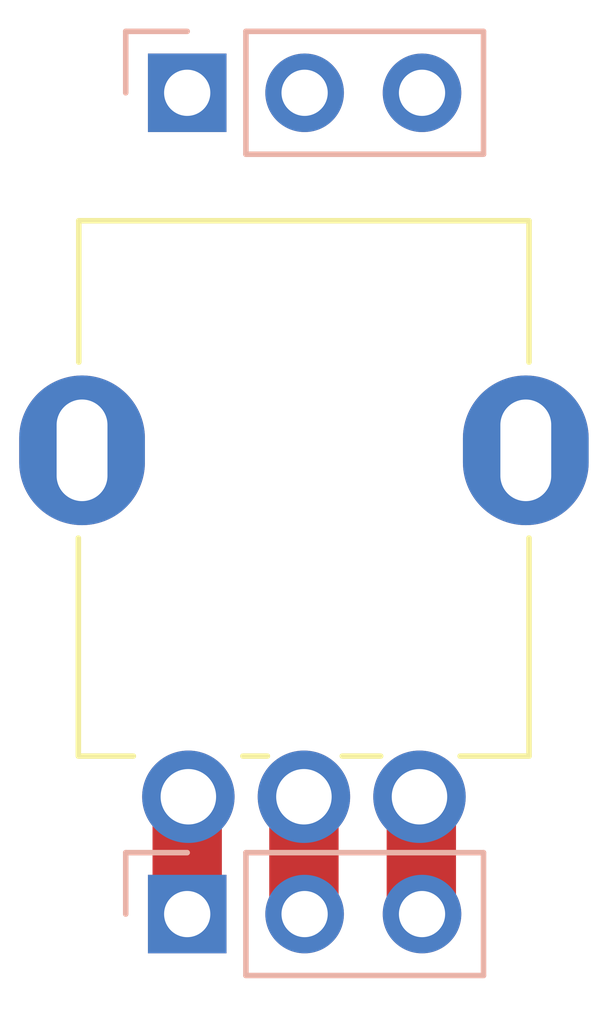
<source format=kicad_pcb>
(kicad_pcb (version 20211014) (generator pcbnew)
  (layers (0 "F.Cu" signal) (31 "B.Cu" signal) (34 "B.Paste" user) (35 "F.Paste" user) (36 "B.SilkS" user "B.Silkscreen") (37 "F.SilkS" user "F.Silkscreen") (38 "B.Mask" user) (39 "F.Mask" user) (44 "Edge.Cuts" user))
  (net 0 "")
  (net 3 "Net-(J2-Pad1)")
  (net 4 "Net-(J2-Pad2)")
  (net 5 "Net-(J2-Pad3)")
  (footprint "LIBRARY-8-bit-computer:alpha-9mm-potentiometer" (layer "F.Cu") (at 113.986 85.986 90)
    (fp_text reference "RV1" hide)
    (fp_text value "R_Potentiometer_US" hide)
    (fp_line (start -6.352 -0.73) (end -6.352 -1.26) (layer "F.SilkS") (width 0.12))
    (fp_line (start 5.238 4.93) (end 5.238 -4.81) (layer "F.SilkS") (width 0.12))
    (fp_line (start -6.352 4.93) (end -6.352 3.44) (layer "F.SilkS") (width 0.12))
    (fp_line (start -6.352 -4.82) (end -1.632 -4.82) (layer "F.SilkS") (width 0.12))
    (fp_line (start 2.178 4.93) (end 5.238 4.93) (layer "F.SilkS") (width 0.12))
    (fp_line (start -6.352 1.72) (end -6.352 0.89) (layer "F.SilkS") (width 0.12))
    (fp_line (start 2.178 -4.81) (end 5.238 -4.81) (layer "F.SilkS") (width 0.12))
    (fp_line (start -6.352 -3.63) (end -6.352 -4.81) (layer "F.SilkS") (width 0.12))
    (fp_line (start -6.352 4.93) (end -1.632 4.93) (layer "F.SilkS") (width 0.12))
    (pad "" thru_hole oval (at 0.268 -4.74 180) (size 2.72 3.24) (drill oval 1.1 2.2) (layers *.Cu *.Mask))
    (pad "" thru_hole oval (at 0.268 4.86) (size 2.72 3.24) (drill oval 1.1 2.2) (layers *.Cu *.Mask))
    (pad "1" thru_hole circle (at -7.232 -2.44 180) (size 2 2) (drill 1.2) (layers *.Cu *.Mask) (net 3 "Net-(J2-Pad1)"))
    (pad "2" thru_hole circle (at -7.232 0.06 180) (size 2 2) (drill 1.2) (layers *.Cu *.Mask) (net 4 "Net-(J2-Pad2)"))
    (pad "3" thru_hole circle (at -7.232 2.56 180) (size 2 2) (drill 1.2) (layers *.Cu *.Mask) (net 5 "Net-(J2-Pad3)"))
  )
  (footprint "Connector_PinHeader_2.54mm:PinHeader_1x03_P2.54mm_Vertical" (layer "B.Cu") (at 111.521 77.978 -90)
    (fp_text reference "J1" hide)
    (fp_text value "Conn_01x03" hide)
    (fp_line (start -1.33 0) (end -1.33 1.33) (layer "B.SilkS") (width 0.12))
    (fp_line (start 1.33 -1.27) (end 1.33 -6.41) (layer "B.SilkS") (width 0.12))
    (fp_line (start -1.33 -6.41) (end 1.33 -6.41) (layer "B.SilkS") (width 0.12))
    (fp_line (start -1.33 1.33) (end 0 1.33) (layer "B.SilkS") (width 0.12))
    (fp_line (start -1.33 -1.27) (end 1.33 -1.27) (layer "B.SilkS") (width 0.12))
    (fp_line (start -1.33 -1.27) (end -1.33 -6.41) (layer "B.SilkS") (width 0.12))
    (pad "1" thru_hole rect locked (at 0 0 270) (size 1.7 1.7) (drill 1) (layers *.Cu *.Mask))
    (pad "2" thru_hole oval locked (at 0 -2.54 270) (size 1.7 1.7) (drill 1) (layers *.Cu *.Mask))
    (pad "3" thru_hole oval locked (at 0 -5.08 270) (size 1.7 1.7) (drill 1) (layers *.Cu *.Mask))
  )
  (footprint "Connector_PinHeader_2.54mm:PinHeader_1x03_P2.54mm_Vertical" (layer "B.Cu") (at 111.521 95.758 -90)
    (fp_text reference "J2" hide)
    (fp_text value "Conn_01x03" hide)
    (fp_line (start -1.33 1.33) (end 0 1.33) (layer "B.SilkS") (width 0.12))
    (fp_line (start -1.33 -1.27) (end -1.33 -6.41) (layer "B.SilkS") (width 0.12))
    (fp_line (start -1.33 -6.41) (end 1.33 -6.41) (layer "B.SilkS") (width 0.12))
    (fp_line (start -1.33 0) (end -1.33 1.33) (layer "B.SilkS") (width 0.12))
    (fp_line (start 1.33 -1.27) (end 1.33 -6.41) (layer "B.SilkS") (width 0.12))
    (fp_line (start -1.33 -1.27) (end 1.33 -1.27) (layer "B.SilkS") (width 0.12))
    (pad "1" thru_hole rect locked (at 0 0 270) (size 1.7 1.7) (drill 1) (layers *.Cu *.Mask) (net 3 "Net-(J2-Pad1)"))
    (pad "2" thru_hole oval locked (at 0 -2.54 270) (size 1.7 1.7) (drill 1) (layers *.Cu *.Mask) (net 4 "Net-(J2-Pad2)"))
    (pad "3" thru_hole oval locked (at 0 -5.08 270) (size 1.7 1.7) (drill 1) (layers *.Cu *.Mask) (net 5 "Net-(J2-Pad3)"))
  )
  (segment (start 111.521 95.758) (end 111.521 93.243) (width 1.5) (layer "F.Cu") (net 3))
  (segment (start 111.521 93.243) (end 111.546 93.218) (width 1.5) (layer "F.Cu") (net 3))
  (segment (start 114.046 95.743) (end 114.061 95.758) (width 1.5) (layer "F.Cu") (net 4))
  (segment (start 114.046 93.218) (end 114.046 95.743) (width 1.5) (layer "F.Cu") (net 4))
  (segment (start 116.601 93.273) (end 116.546 93.218) (width 1.5) (layer "F.Cu") (net 5))
  (segment (start 116.586 95.7305) (end 116.586 93.2455) (width 1.5) (layer "F.Cu") (net 5))
)
</source>
